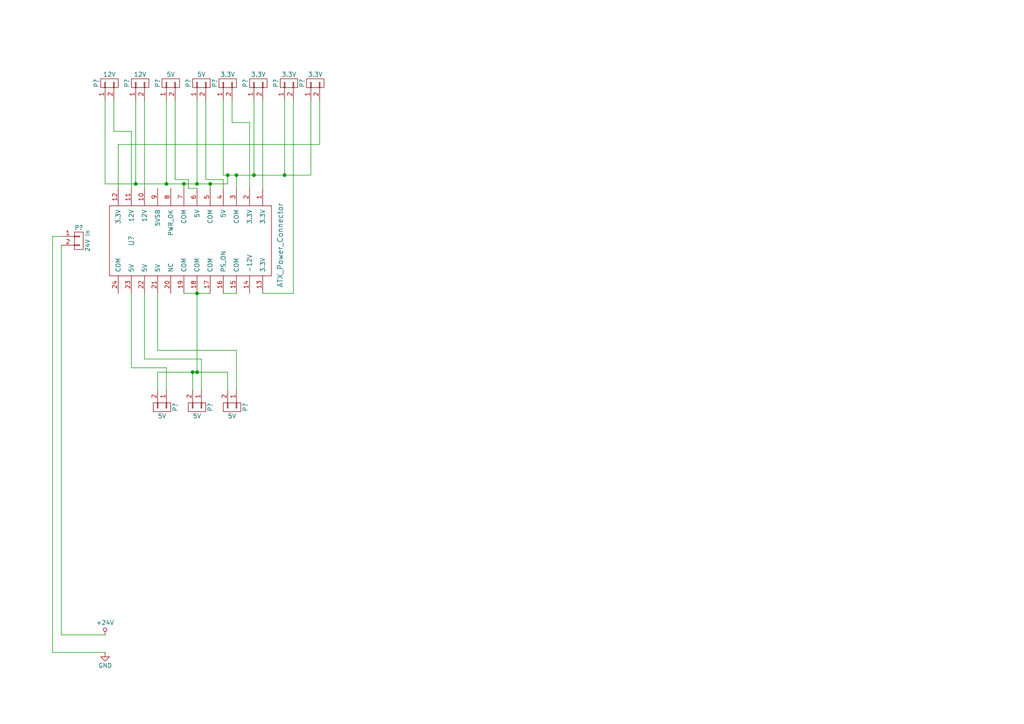
<source format=kicad_sch>
(kicad_sch (version 20230121) (generator eeschema)
  (paper "A4")
  (lib_symbols
    (symbol "PowerBoard-rescue:+24V" (power) (pin_numbers hide) (pin_names (offset 0))
      (property "Value" "+24V" (at 0 2.54 0))
      (symbol "+24V_0_0"
        (pin power_in line (at 0 0 90) (length 0) hide (name "+24V") (number "1"))
      )
      (symbol "+24V_0_1"
        (polyline (pts (xy 0 0) (xy 0 1.016) (xy 0 1.016)))
        (circle (center 0 1.524) (radius 0.508))
      )
    )
    (symbol "PowerBoard-rescue:ATX_Power_Connector-RESCUE-PowerBoard" (pin_names (offset 1.016))
      (property "Reference" "U" (at 0 -19.05 0))
      (property "Value" "ATX_Power_Connector-RESCUE-PowerBoard" (at 1.27 24.13 0))
      (symbol "ATX_Power_Connector-RESCUE-PowerBoard_0_1"
        (rectangle (start -10.16 21.59) (end 10.16 -25.4))
      )
      (symbol "ATX_Power_Connector-RESCUE-PowerBoard_1_1"
        (pin input line (at -15.24 19.05 0) (length 5.08) (name "3.3V") (number "1"))
        (pin input line (at -15.24 -15.24 0) (length 5.08) (name "12V") (number "10"))
        (pin input line (at -15.24 -19.05 0) (length 5.08) (name "12V") (number "11"))
        (pin input line (at -15.24 -22.86 0) (length 5.08) (name "3.3V") (number "12"))
        (pin input line (at 15.24 19.05 180) (length 5.08) (name "3.3V") (number "13"))
        (pin input line (at 15.24 15.24 180) (length 5.08) (name "-12V") (number "14"))
        (pin input line (at 15.24 11.43 180) (length 5.08) (name "COM") (number "15"))
        (pin input line (at 15.24 7.62 180) (length 5.08) (name "PS_ON") (number "16"))
        (pin input line (at 15.24 3.81 180) (length 5.08) (name "COM") (number "17"))
        (pin input line (at 15.24 0 180) (length 5.08) (name "COM") (number "18"))
        (pin input line (at 15.24 -3.81 180) (length 5.08) (name "COM") (number "19"))
        (pin input line (at -15.24 15.24 0) (length 5.08) (name "3.3V") (number "2"))
        (pin input line (at 15.24 -7.62 180) (length 5.08) (name "NC") (number "20"))
        (pin input line (at 15.24 -11.43 180) (length 5.08) (name "5V") (number "21"))
        (pin input line (at 15.24 -15.24 180) (length 5.08) (name "5V") (number "22"))
        (pin input line (at 15.24 -19.05 180) (length 5.08) (name "5V") (number "23"))
        (pin input line (at 15.24 -22.86 180) (length 5.08) (name "COM") (number "24"))
        (pin input line (at -15.24 11.43 0) (length 5.08) (name "COM") (number "3"))
        (pin input line (at -15.24 7.62 0) (length 5.08) (name "5V") (number "4"))
        (pin input line (at -15.24 3.81 0) (length 5.08) (name "COM") (number "5"))
        (pin input line (at -15.24 0 0) (length 5.08) (name "5V") (number "6"))
        (pin input line (at -15.24 -3.81 0) (length 5.08) (name "COM") (number "7"))
        (pin input line (at -15.24 -7.62 0) (length 5.08) (name "PWR_OK") (number "8"))
        (pin input line (at -15.24 -11.43 0) (length 5.08) (name "5VSB") (number "9"))
      )
    )
    (symbol "PowerBoard-rescue:CONN_01X02" (pin_names (offset 1.016) hide)
      (property "Reference" "P" (at 0 3.81 0))
      (property "Value" "CONN_01X02" (at 2.54 0 90))
      (symbol "CONN_01X02_0_1"
        (rectangle (start -1.27 -1.143) (end 0.254 -1.397))
        (rectangle (start -1.27 1.397) (end 0.254 1.143))
        (rectangle (start -1.27 2.54) (end 1.27 -2.54))
      )
      (symbol "CONN_01X02_1_1"
        (pin passive line (at -5.08 1.27 0) (length 3.81) (name "P1") (number "1"))
        (pin passive line (at -5.08 -1.27 0) (length 3.81) (name "P2") (number "2"))
      )
    )
    (symbol "PowerBoard-rescue:GND-RESCUE-PowerBoard" (power) (pin_names (offset 0))
      (property "Value" "GND-RESCUE-PowerBoard" (at 0 -3.81 0))
      (symbol "GND-RESCUE-PowerBoard_0_1"
        (polyline (pts (xy 0 0) (xy 0 -1.27) (xy 1.27 -1.27) (xy 0 -2.54) (xy -1.27 -1.27) (xy 0 -1.27)))
      )
      (symbol "GND-RESCUE-PowerBoard_1_1"
        (pin power_in line (at 0 0 270) (length 0) hide (name "GND") (number "1"))
      )
    )
  )
  (junction (at 66.04 50.8))
  (junction (at 48.26 53.34))
  (junction (at 39.37 53.34))
  (junction (at 57.15 85.09))
  (junction (at 57.15 53.34))
  (junction (at 68.58 50.8))
  (junction (at 57.15 107.95))
  (junction (at 55.88 107.95))
  (junction (at 73.66 50.8))
  (junction (at 82.55 50.8))
  (junction (at 60.96 53.34))
  (junction (at 53.34 53.34))
  (wire (pts (xy 45.72 85.09) (xy 45.72 101.6)))
  (wire (pts (xy 55.88 107.95) (xy 45.72 107.95)))
  (wire (pts (xy 41.91 104.14) (xy 41.91 85.09)))
  (wire (pts (xy 39.37 29.21) (xy 39.37 53.34)))
  (wire (pts (xy 34.29 54.61) (xy 34.29 41.91)))
  (wire (pts (xy 45.72 107.95) (xy 45.72 113.03)))
  (wire (pts (xy 82.55 50.8) (xy 90.17 50.8)))
  (wire (pts (xy 58.42 113.03) (xy 58.42 104.14)))
  (wire (pts (xy 85.09 85.09) (xy 85.09 29.21)))
  (wire (pts (xy 48.26 53.34) (xy 53.34 53.34)))
  (wire (pts (xy 38.1 38.1) (xy 33.02 38.1)))
  (wire (pts (xy 45.72 101.6) (xy 68.58 101.6)))
  (wire (pts (xy 30.48 53.34) (xy 39.37 53.34)))
  (wire (pts (xy 53.34 53.34) (xy 53.34 54.61)))
  (wire (pts (xy 64.77 50.8) (xy 64.77 29.21)))
  (wire (pts (xy 60.96 54.61) (xy 60.96 53.34)))
  (wire (pts (xy 72.39 35.56) (xy 67.31 35.56)))
  (wire (pts (xy 41.91 54.61) (xy 41.91 29.21)))
  (wire (pts (xy 48.26 53.34) (xy 48.26 29.21)))
  (wire (pts (xy 76.2 85.09) (xy 85.09 85.09)))
  (wire (pts (xy 30.48 53.34) (xy 30.48 29.21)))
  (wire (pts (xy 38.1 106.68) (xy 38.1 85.09)))
  (wire (pts (xy 92.71 41.91) (xy 92.71 29.21)))
  (wire (pts (xy 34.29 41.91) (xy 92.71 41.91)))
  (wire (pts (xy 64.77 50.8) (xy 66.04 50.8)))
  (wire (pts (xy 82.55 29.21) (xy 82.55 50.8)))
  (wire (pts (xy 55.88 113.03) (xy 55.88 107.95)))
  (wire (pts (xy 15.24 189.23) (xy 15.24 68.58)))
  (wire (pts (xy 73.66 29.21) (xy 73.66 50.8)))
  (wire (pts (xy 60.96 53.34) (xy 66.04 53.34)))
  (wire (pts (xy 59.69 52.07) (xy 59.69 29.21)))
  (wire (pts (xy 90.17 50.8) (xy 90.17 29.21)))
  (wire (pts (xy 39.37 53.34) (xy 48.26 53.34)))
  (wire (pts (xy 60.96 85.09) (xy 57.15 85.09)))
  (wire (pts (xy 30.48 189.23) (xy 15.24 189.23)))
  (wire (pts (xy 54.61 54.61) (xy 54.61 52.07)))
  (wire (pts (xy 73.66 50.8) (xy 82.55 50.8)))
  (wire (pts (xy 57.15 54.61) (xy 54.61 54.61)))
  (wire (pts (xy 58.42 104.14) (xy 41.91 104.14)))
  (wire (pts (xy 57.15 107.95) (xy 55.88 107.95)))
  (wire (pts (xy 54.61 52.07) (xy 50.8 52.07)))
  (wire (pts (xy 76.2 54.61) (xy 76.2 29.21)))
  (wire (pts (xy 48.26 106.68) (xy 38.1 106.68)))
  (wire (pts (xy 68.58 50.8) (xy 73.66 50.8)))
  (wire (pts (xy 30.48 184.15) (xy 17.78 184.15)))
  (wire (pts (xy 72.39 35.56) (xy 72.39 54.61)))
  (wire (pts (xy 57.15 29.21) (xy 57.15 53.34)))
  (wire (pts (xy 38.1 54.61) (xy 38.1 38.1)))
  (wire (pts (xy 67.31 35.56) (xy 67.31 29.21)))
  (wire (pts (xy 68.58 50.8) (xy 68.58 54.61)))
  (wire (pts (xy 66.04 53.34) (xy 66.04 50.8)))
  (wire (pts (xy 15.24 68.58) (xy 17.78 68.58)))
  (wire (pts (xy 64.77 52.07) (xy 59.69 52.07)))
  (wire (pts (xy 50.8 52.07) (xy 50.8 29.21)))
  (wire (pts (xy 66.04 107.95) (xy 66.04 113.03)))
  (wire (pts (xy 33.02 38.1) (xy 33.02 29.21)))
  (wire (pts (xy 66.04 50.8) (xy 68.58 50.8)))
  (wire (pts (xy 53.34 53.34) (xy 57.15 53.34)))
  (wire (pts (xy 68.58 101.6) (xy 68.58 113.03)))
  (wire (pts (xy 57.15 107.95) (xy 57.15 85.09)))
  (wire (pts (xy 64.77 54.61) (xy 64.77 52.07)))
  (wire (pts (xy 17.78 184.15) (xy 17.78 71.12)))
  (wire (pts (xy 66.04 107.95) (xy 57.15 107.95)))
  (wire (pts (xy 48.26 113.03) (xy 48.26 106.68)))
  (wire (pts (xy 57.15 85.09) (xy 53.34 85.09)))
  (wire (pts (xy 57.15 53.34) (xy 60.96 53.34)))
  (wire (pts (xy 64.77 85.09) (xy 68.58 85.09)))
  (symbol (lib_id "PowerBoard-rescue:ATX_Power_Connector-RESCUE-PowerBoard") (at 57.15 69.85 270) (unit 1)
    (property "Reference" "U?" (at 38.1 69.85 0) (effects (font (size 1.524 1.524))))
    (property "Value" "ATX_Power_Connector" (at 81.28 71.12 0) (effects (font (size 1.524 1.524))))
  )
  (symbol (lib_id "PowerBoard-rescue:CONN_01X02") (at 74.93 24.13 90) (unit 1)
    (property "Reference" "P?" (at 71.12 24.13 0))
    (property "Value" "3.3V" (at 74.93 21.59 90))
  )
  (symbol (lib_id "PowerBoard-rescue:CONN_01X02") (at 66.04 24.13 90) (unit 1)
    (property "Reference" "P?" (at 62.23 24.13 0))
    (property "Value" "3.3V" (at 66.04 21.59 90))
  )
  (symbol (lib_id "PowerBoard-rescue:CONN_01X02") (at 83.82 24.13 90) (unit 1)
    (property "Reference" "P?" (at 80.01 24.13 0))
    (property "Value" "3.3V" (at 83.82 21.59 90))
  )
  (symbol (lib_id "PowerBoard-rescue:CONN_01X02") (at 58.42 24.13 90) (unit 1)
    (property "Reference" "P?" (at 54.61 24.13 0))
    (property "Value" "5V" (at 58.42 21.59 90))
  )
  (symbol (lib_id "PowerBoard-rescue:CONN_01X02") (at 49.53 24.13 90) (unit 1)
    (property "Reference" "P?" (at 45.72 24.13 0))
    (property "Value" "5V" (at 49.53 21.59 90))
  )
  (symbol (lib_id "PowerBoard-rescue:CONN_01X02") (at 46.99 118.11 270) (unit 1)
    (property "Reference" "P?" (at 50.8 118.11 0))
    (property "Value" "5V" (at 46.99 120.65 90))
  )
  (symbol (lib_id "PowerBoard-rescue:CONN_01X02") (at 57.15 118.11 270) (unit 1)
    (property "Reference" "P?" (at 60.96 118.11 0))
    (property "Value" "5V" (at 57.15 120.65 90))
  )
  (symbol (lib_id "PowerBoard-rescue:CONN_01X02") (at 67.31 118.11 270) (unit 1)
    (property "Reference" "P?" (at 71.12 118.11 0))
    (property "Value" "5V" (at 67.31 120.65 90))
  )
  (symbol (lib_id "PowerBoard-rescue:CONN_01X02") (at 40.64 24.13 90) (unit 1)
    (property "Reference" "P?" (at 36.83 24.13 0))
    (property "Value" "12V" (at 40.64 21.59 90))
  )
  (symbol (lib_id "PowerBoard-rescue:CONN_01X02") (at 31.75 24.13 90) (unit 1)
    (property "Reference" "P?" (at 27.94 24.13 0))
    (property "Value" "12V" (at 31.75 21.59 90))
  )
  (symbol (lib_id "PowerBoard-rescue:CONN_01X02") (at 22.86 69.85 0) (unit 1)
    (property "Reference" "P?" (at 22.86 66.04 0))
    (property "Value" "24V In" (at 25.4 69.85 90))
  )
  (symbol (lib_id "PowerBoard-rescue:+24V") (at 30.48 184.15 0) (unit 1)
    (property "Reference" "#PWR?" (effects hide))
    (property "Value" "+24V" (at 30.48 180.594 0))
  )
  (symbol (lib_id "PowerBoard-rescue:GND-RESCUE-PowerBoard") (at 30.48 189.23 0) (unit 1)
    (property "Reference" "#PWR?" (effects hide))
    (property "Value" "GND" (at 30.48 193.04 0))
  )
  (symbol (lib_id "PowerBoard-rescue:CONN_01X02") (at 91.44 24.13 90) (unit 1)
    (property "Reference" "P?" (at 87.63 24.13 0))
    (property "Value" "3.3V" (at 91.44 21.59 90))
  )
)
</source>
